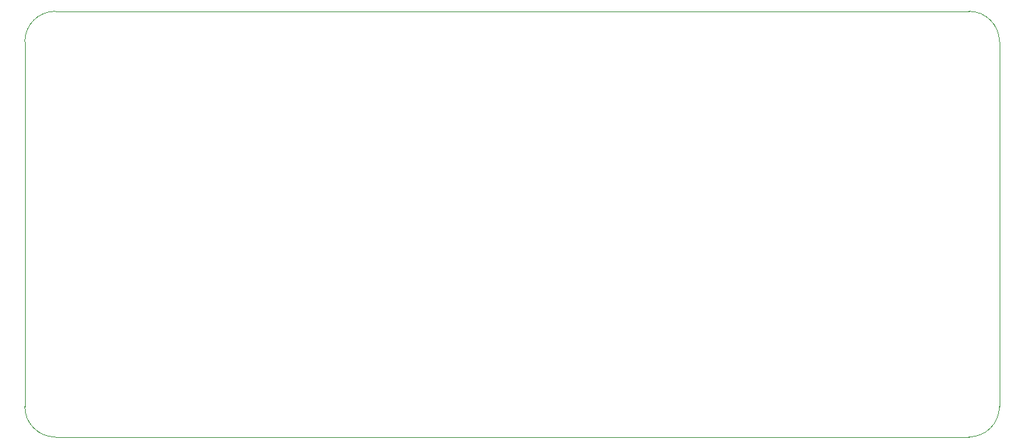
<source format=gm1>
%TF.GenerationSoftware,KiCad,Pcbnew,(6.0.4)*%
%TF.CreationDate,2023-03-05T21:30:01+09:00*%
%TF.ProjectId,VFD__esp32,56464442-0865-4737-9033-322e6b696361,rev?*%
%TF.SameCoordinates,Original*%
%TF.FileFunction,Profile,NP*%
%FSLAX46Y46*%
G04 Gerber Fmt 4.6, Leading zero omitted, Abs format (unit mm)*
G04 Created by KiCad (PCBNEW (6.0.4)) date 2023-03-05 21:30:01*
%MOMM*%
%LPD*%
G01*
G04 APERTURE LIST*
%TA.AperFunction,Profile*%
%ADD10C,0.100000*%
%TD*%
G04 APERTURE END LIST*
D10*
X88900000Y-154940000D02*
X88900000Y-109220000D01*
X88900000Y-154940000D02*
G75*
G03*
X92710000Y-158750000I3810000J0D01*
G01*
X207010000Y-158750000D02*
G75*
G03*
X210820000Y-154940000I0J3810000D01*
G01*
X92710000Y-105410000D02*
G75*
G03*
X88900000Y-109220000I0J-3810000D01*
G01*
X92710000Y-158750000D02*
X207010000Y-158750000D01*
X210820000Y-109220000D02*
G75*
G03*
X207010000Y-105410000I-3810000J0D01*
G01*
X210820000Y-109220000D02*
X210820000Y-154940000D01*
X207010000Y-105410000D02*
X92710000Y-105410000D01*
M02*

</source>
